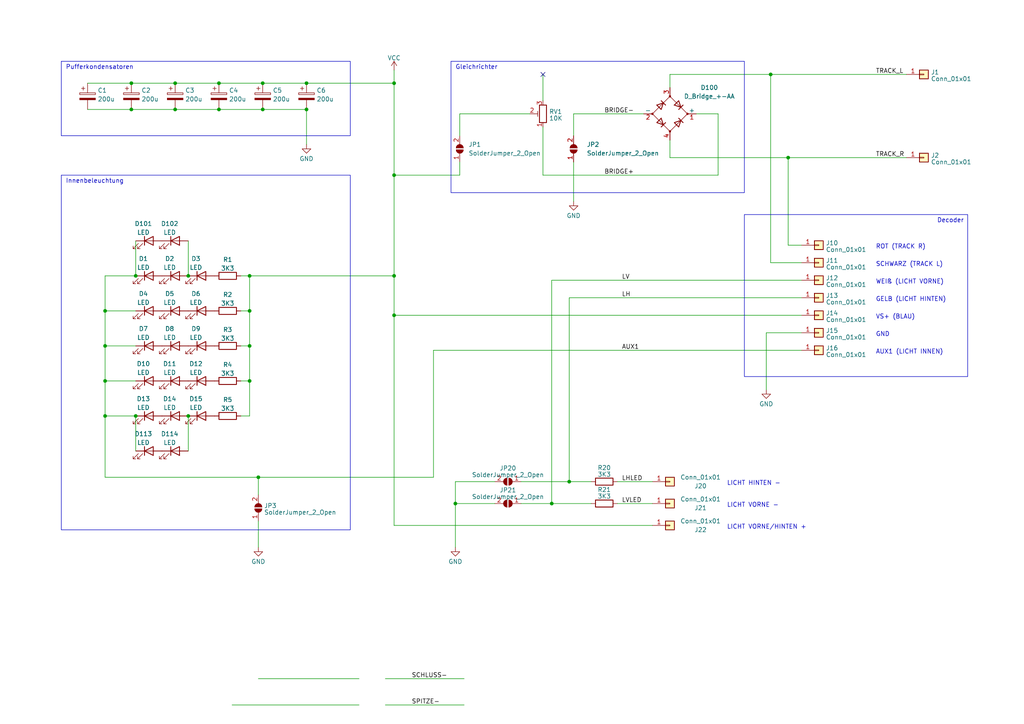
<source format=kicad_sch>
(kicad_sch (version 20230121) (generator eeschema)
  (paper "A4")
  (lib_symbols
    (symbol "Connector_Generic:Conn_01x01" (pin_names (offset 1.016) hide)
      (property "Reference" "J" (at 0 2.54 0))
      (property "Value" "Conn_01x01" (at 0 -2.54 0))
      (symbol "Conn_01x01_1_1"
        (rectangle (start -1.27 0.127) (end 0 -0.127) (stroke (width 0.1524)))
        (rectangle (start -1.27 1.27) (end 1.27 -1.27) (stroke (width 0.254)) (fill (type background)))
        (pin passive line (at -5.08 0 0) (length 3.81) (name "Pin_1") (number "1"))
      )
    )
    (symbol "Device:C_Polarized" (pin_numbers hide) (pin_names (offset 0.254))
      (property "Reference" "C" (at 0.635 2.54 0))
      (property "Value" "C_Polarized" (at 0.635 -2.54 0))
      (symbol "C_Polarized_0_1"
        (rectangle (start -2.286 0.508) (end 2.286 1.016))
        (polyline (pts (xy -1.778 2.286) (xy -0.762 2.286)))
        (polyline (pts (xy -1.27 2.794) (xy -1.27 1.778)))
        (rectangle (start 2.286 -0.508) (end -2.286 -1.016) (fill (type outline)))
      )
      (symbol "C_Polarized_1_1"
        (pin passive line (at 0 3.81 270) (length 2.794) (name "~") (number "1"))
        (pin passive line (at 0 -3.81 90) (length 2.794) (name "~") (number "2"))
      )
    )
    (symbol "Device:D_Bridge_+-AA" (pin_names (offset 0))
      (property "Reference" "D" (at 2.54 6.985 0))
      (property "Value" "D_Bridge_+-AA" (at 2.54 5.08 0))
      (symbol "D_Bridge_+-AA_0_1"
        (circle (center -5.08 0) (radius 0.254) (fill (type outline)))
        (circle (center 0 -5.08) (radius 0.254) (fill (type outline)))
        (polyline (pts (xy -2.54 3.81) (xy -1.27 2.54)) (stroke (width 0.254)))
        (polyline (pts (xy -1.27 -2.54) (xy -2.54 -3.81)) (stroke (width 0.254)))
        (polyline (pts (xy 2.54 -1.27) (xy 3.81 -2.54)) (stroke (width 0.254)))
        (polyline (pts (xy 2.54 1.27) (xy 3.81 2.54)) (stroke (width 0.254)))
        (polyline (pts (xy -3.81 2.54) (xy -2.54 1.27) (xy -1.905 3.175) (xy -3.81 2.54)) (stroke (width 0.254)))
        (polyline (pts (xy -2.54 -1.27) (xy -3.81 -2.54) (xy -1.905 -3.175) (xy -2.54 -1.27)) (stroke (width 0.254)))
        (polyline (pts (xy 1.27 2.54) (xy 2.54 3.81) (xy 3.175 1.905) (xy 1.27 2.54)) (stroke (width 0.254)))
        (polyline (pts (xy 3.175 -1.905) (xy 1.27 -2.54) (xy 2.54 -3.81) (xy 3.175 -1.905)) (stroke (width 0.254)))
        (polyline (pts (xy -5.08 0) (xy 0 -5.08) (xy 5.08 0) (xy 0 5.08) (xy -5.08 0)))
        (circle (center 0 5.08) (radius 0.254) (fill (type outline)))
        (circle (center 5.08 0) (radius 0.254) (fill (type outline)))
      )
      (symbol "D_Bridge_+-AA_1_1"
        (pin passive line (at 7.62 0 180) (length 2.54) (name "+") (number "1"))
        (pin passive line (at -7.62 0 0) (length 2.54) (name "-") (number "2"))
        (pin passive line (at 0 7.62 270) (length 2.54) (name "~") (number "3"))
        (pin passive line (at 0 -7.62 90) (length 2.54) (name "~") (number "4"))
      )
    )
    (symbol "Device:LED" (pin_numbers hide) (pin_names (offset 1.016) hide)
      (property "Reference" "D" (at 0 2.54 0))
      (property "Value" "LED" (at 0 -2.54 0))
      (symbol "LED_0_1"
        (polyline (pts (xy -1.27 -1.27) (xy -1.27 1.27)) (stroke (width 0.254)))
        (polyline (pts (xy -1.27 0) (xy 1.27 0)))
        (polyline (pts (xy 1.27 -1.27) (xy 1.27 1.27) (xy -1.27 0) (xy 1.27 -1.27)) (stroke (width 0.254)))
        (polyline (pts (xy -3.048 -0.762) (xy -4.572 -2.286) (xy -3.81 -2.286) (xy -4.572 -2.286) (xy -4.572 -1.524)))
        (polyline (pts (xy -1.778 -0.762) (xy -3.302 -2.286) (xy -2.54 -2.286) (xy -3.302 -2.286) (xy -3.302 -1.524)))
      )
      (symbol "LED_1_1"
        (pin passive line (at -3.81 0 0) (length 2.54) (name "K") (number "1"))
        (pin passive line (at 3.81 0 180) (length 2.54) (name "A") (number "2"))
      )
    )
    (symbol "Device:R" (pin_numbers hide) (pin_names (offset 0))
      (property "Reference" "R" (at 2.032 0 90))
      (property "Value" "R" (at 0 0 90))
      (symbol "R_0_1"
        (rectangle (start -1.016 -2.54) (end 1.016 2.54) (stroke (width 0.254)))
      )
      (symbol "R_1_1"
        (pin passive line (at 0 3.81 270) (length 1.27) (name "~") (number "1"))
        (pin passive line (at 0 -3.81 90) (length 1.27) (name "~") (number "2"))
      )
    )
    (symbol "Device:R_Potentiometer_Trim" (pin_names (offset 1.016) hide)
      (property "Reference" "RV" (at -4.445 0 90))
      (property "Value" "R_Potentiometer_Trim" (at -2.54 0 90))
      (symbol "R_Potentiometer_Trim_0_1"
        (polyline (pts (xy 1.524 0.762) (xy 1.524 -0.762)))
        (polyline (pts (xy 2.54 0) (xy 1.524 0)))
        (rectangle (start 1.016 2.54) (end -1.016 -2.54) (stroke (width 0.254)))
      )
      (symbol "R_Potentiometer_Trim_1_1"
        (pin passive line (at 0 3.81 270) (length 1.27) (name "1") (number "1"))
        (pin passive line (at 3.81 0 180) (length 1.27) (name "2") (number "2"))
        (pin passive line (at 0 -3.81 90) (length 1.27) (name "3") (number "3"))
      )
    )
    (symbol "Jumper:SolderJumper_2_Open" (pin_names (offset 0) hide)
      (property "Reference" "JP" (at 0 2.032 0))
      (property "Value" "SolderJumper_2_Open" (at 0 -2.54 0))
      (symbol "SolderJumper_2_Open_0_1"
        (arc (start -0.254 1.016) (mid -1.2656 0) (end -0.254 -1.016))
        (arc (start -0.254 1.016) (mid -1.2656 0) (end -0.254 -1.016) (fill (type outline)))
        (polyline (pts (xy -0.254 1.016) (xy -0.254 -1.016)))
        (polyline (pts (xy 0.254 1.016) (xy 0.254 -1.016)))
        (arc (start 0.254 -1.016) (mid 1.2656 0) (end 0.254 1.016))
        (arc (start 0.254 -1.016) (mid 1.2656 0) (end 0.254 1.016) (fill (type outline)))
      )
      (symbol "SolderJumper_2_Open_1_1"
        (pin passive line (at -3.81 0 0) (length 2.54) (name "A") (number "1"))
        (pin passive line (at 3.81 0 180) (length 2.54) (name "B") (number "2"))
      )
    )
    (symbol "power:GND" (power) (pin_names (offset 0))
      (property "Value" "GND" (at 0 -3.81 0))
      (symbol "GND_0_1"
        (polyline (pts (xy 0 0) (xy 0 -1.27) (xy 1.27 -1.27) (xy 0 -2.54) (xy -1.27 -1.27) (xy 0 -1.27)))
      )
      (symbol "GND_1_1"
        (pin power_in line (at 0 0 270) (length 0) hide (name "GND") (number "1"))
      )
    )
    (symbol "power:VCC" (power) (pin_names (offset 0))
      (property "Value" "VCC" (at 0 3.81 0))
      (symbol "VCC_0_1"
        (polyline (pts (xy -0.762 1.27) (xy 0 2.54)))
        (polyline (pts (xy 0 0) (xy 0 2.54)))
        (polyline (pts (xy 0 2.54) (xy 0.762 1.27)))
      )
      (symbol "VCC_1_1"
        (pin power_in line (at 0 0 90) (length 0) hide (name "VCC") (number "1"))
      )
    )
  )
  (junction (at 63.5 24.13))
  (junction (at 38.1 24.13))
  (junction (at 114.3 24.13))
  (junction (at 74.93 138.43))
  (junction (at 30.48 100.33))
  (junction (at 160.02 146.05))
  (junction (at 114.3 80.01))
  (junction (at 30.48 110.49))
  (junction (at 228.6 45.72))
  (junction (at 223.52 21.59))
  (junction (at 165.1 139.7))
  (junction (at 132.08 146.05))
  (junction (at 72.39 100.33))
  (junction (at 54.61 80.01))
  (junction (at 54.61 120.65))
  (junction (at 114.3 50.8))
  (junction (at 72.39 80.01))
  (junction (at 50.8 24.13))
  (junction (at 76.2 31.75))
  (junction (at 39.37 80.01))
  (junction (at 72.39 90.17))
  (junction (at 30.48 120.65))
  (junction (at 72.39 110.49))
  (junction (at 38.1 31.75))
  (junction (at 50.8 31.75))
  (junction (at 88.9 24.13))
  (junction (at 76.2 24.13))
  (junction (at 30.48 90.17))
  (junction (at 63.5 31.75))
  (junction (at 39.37 120.65))
  (junction (at 88.9 31.75))
  (junction (at 114.3 91.44))
  (no_connect (at 157.48 21.59))
  (wire (pts (xy 30.48 100.33) (xy 30.48 110.49)))
  (wire (pts (xy 157.48 21.59) (xy 157.48 29.21)))
  (wire (pts (xy 111.76 196.85) (xy 134.62 196.85)))
  (wire (pts (xy 194.31 45.72) (xy 228.6 45.72)))
  (wire (pts (xy 179.07 146.05) (xy 189.23 146.05)))
  (wire (pts (xy 38.1 31.75) (xy 50.8 31.75)))
  (wire (pts (xy 133.35 46.99) (xy 133.35 50.8)))
  (wire (pts (xy 166.37 46.99) (xy 166.37 58.42)))
  (wire (pts (xy 157.48 36.83) (xy 157.48 50.8)))
  (wire (pts (xy 72.39 110.49) (xy 72.39 120.65)))
  (wire (pts (xy 39.37 90.17) (xy 30.48 90.17)))
  (wire (pts (xy 72.39 80.01) (xy 69.85 80.01)))
  (wire (pts (xy 67.31 204.47) (xy 104.14 204.47)))
  (wire (pts (xy 30.48 90.17) (xy 30.48 80.01)))
  (wire (pts (xy 72.39 100.33) (xy 72.39 110.49)))
  (wire (pts (xy 72.39 80.01) (xy 114.3 80.01)))
  (wire (pts (xy 232.41 76.2) (xy 223.52 76.2)))
  (wire (pts (xy 132.08 146.05) (xy 132.08 158.75)))
  (wire (pts (xy 114.3 20.32) (xy 114.3 24.13)))
  (wire (pts (xy 25.4 24.13) (xy 38.1 24.13)))
  (wire (pts (xy 160.02 81.28) (xy 160.02 146.05)))
  (wire (pts (xy 143.51 139.7) (xy 132.08 139.7)))
  (wire (pts (xy 76.2 24.13) (xy 88.9 24.13)))
  (wire (pts (xy 232.41 81.28) (xy 160.02 81.28)))
  (wire (pts (xy 194.31 40.64) (xy 194.31 45.72)))
  (wire (pts (xy 50.8 31.75) (xy 63.5 31.75)))
  (wire (pts (xy 132.08 146.05) (xy 143.51 146.05)))
  (wire (pts (xy 194.31 21.59) (xy 223.52 21.59)))
  (wire (pts (xy 54.61 69.85) (xy 54.61 80.01)))
  (wire (pts (xy 72.39 90.17) (xy 72.39 100.33)))
  (wire (pts (xy 114.3 152.4) (xy 189.23 152.4)))
  (wire (pts (xy 232.41 96.52) (xy 222.25 96.52)))
  (wire (pts (xy 201.93 33.02) (xy 208.28 33.02)))
  (wire (pts (xy 228.6 45.72) (xy 262.89 45.72)))
  (wire (pts (xy 114.3 91.44) (xy 114.3 152.4)))
  (wire (pts (xy 125.73 101.6) (xy 125.73 138.43)))
  (wire (pts (xy 30.48 138.43) (xy 74.93 138.43)))
  (wire (pts (xy 88.9 41.91) (xy 88.9 31.75)))
  (wire (pts (xy 232.41 91.44) (xy 114.3 91.44)))
  (wire (pts (xy 72.39 80.01) (xy 72.39 90.17)))
  (wire (pts (xy 114.3 24.13) (xy 114.3 50.8)))
  (wire (pts (xy 125.73 138.43) (xy 74.93 138.43)))
  (wire (pts (xy 222.25 96.52) (xy 222.25 113.03)))
  (wire (pts (xy 111.76 204.47) (xy 134.62 204.47)))
  (wire (pts (xy 114.3 50.8) (xy 114.3 80.01)))
  (wire (pts (xy 76.2 31.75) (xy 88.9 31.75)))
  (wire (pts (xy 25.4 31.75) (xy 38.1 31.75)))
  (wire (pts (xy 50.8 24.13) (xy 63.5 24.13)))
  (wire (pts (xy 166.37 33.02) (xy 186.69 33.02)))
  (wire (pts (xy 223.52 21.59) (xy 262.89 21.59)))
  (wire (pts (xy 133.35 50.8) (xy 114.3 50.8)))
  (wire (pts (xy 30.48 120.65) (xy 30.48 138.43)))
  (wire (pts (xy 72.39 90.17) (xy 69.85 90.17)))
  (wire (pts (xy 165.1 139.7) (xy 165.1 86.36)))
  (wire (pts (xy 39.37 120.65) (xy 30.48 120.65)))
  (wire (pts (xy 74.93 138.43) (xy 74.93 143.51)))
  (wire (pts (xy 63.5 24.13) (xy 76.2 24.13)))
  (wire (pts (xy 132.08 139.7) (xy 132.08 146.05)))
  (wire (pts (xy 151.13 139.7) (xy 165.1 139.7)))
  (wire (pts (xy 39.37 69.85) (xy 39.37 80.01)))
  (wire (pts (xy 72.39 120.65) (xy 69.85 120.65)))
  (wire (pts (xy 39.37 120.65) (xy 39.37 130.81)))
  (wire (pts (xy 39.37 100.33) (xy 30.48 100.33)))
  (wire (pts (xy 165.1 86.36) (xy 232.41 86.36)))
  (wire (pts (xy 72.39 100.33) (xy 69.85 100.33)))
  (wire (pts (xy 39.37 80.01) (xy 30.48 80.01)))
  (wire (pts (xy 30.48 110.49) (xy 30.48 120.65)))
  (wire (pts (xy 72.39 110.49) (xy 69.85 110.49)))
  (wire (pts (xy 63.5 31.75) (xy 76.2 31.75)))
  (wire (pts (xy 151.13 146.05) (xy 160.02 146.05)))
  (wire (pts (xy 232.41 71.12) (xy 228.6 71.12)))
  (wire (pts (xy 74.93 196.85) (xy 104.14 196.85)))
  (wire (pts (xy 38.1 24.13) (xy 50.8 24.13)))
  (wire (pts (xy 208.28 50.8) (xy 157.48 50.8)))
  (wire (pts (xy 223.52 21.59) (xy 223.52 76.2)))
  (wire (pts (xy 228.6 71.12) (xy 228.6 45.72)))
  (wire (pts (xy 39.37 110.49) (xy 30.48 110.49)))
  (wire (pts (xy 133.35 33.02) (xy 153.67 33.02)))
  (wire (pts (xy 114.3 91.44) (xy 114.3 80.01)))
  (wire (pts (xy 88.9 24.13) (xy 114.3 24.13)))
  (wire (pts (xy 30.48 90.17) (xy 30.48 100.33)))
  (wire (pts (xy 166.37 33.02) (xy 166.37 39.37)))
  (wire (pts (xy 160.02 146.05) (xy 171.45 146.05)))
  (wire (pts (xy 133.35 33.02) (xy 133.35 39.37)))
  (wire (pts (xy 194.31 25.4) (xy 194.31 21.59)))
  (wire (pts (xy 74.93 151.13) (xy 74.93 158.75)))
  (wire (pts (xy 54.61 120.65) (xy 54.61 130.81)))
  (wire (pts (xy 179.07 139.7) (xy 189.23 139.7)))
  (wire (pts (xy 208.28 33.02) (xy 208.28 50.8)))
  (wire (pts (xy 171.45 139.7) (xy 165.1 139.7)))
  (wire (pts (xy 125.73 101.6) (xy 232.41 101.6)))
  (rectangle (start 17.78 50.8) (end 101.6 153.67))
  (rectangle (start 130.81 17.78) (end 215.9 55.88))
  (rectangle (start 17.78 17.78) (end 101.6 39.37))
  (rectangle (start 215.9 62.23) (end 280.67 109.22))
  (text "LICHT HINTEN -" (at 210.82 140.97 0) (effects (font (size 1.27 1.27)) (justify left bottom)))
  (text "Decoder" (at 271.78 64.77 0) (effects (font (size 1.27 1.27)) (justify left bottom)))
  (text "LICHT VORNE/HINTEN +" (at 210.82 153.67 0) (effects (font (size 1.27 1.27)) (justify left bottom)))
  (text "SCHWARZ (TRACK L)" (at 254 77.47 0) (effects (font (size 1.27 1.27)) (justify left bottom)))
  (text "WEIß (LICHT VORNE)" (at 254 82.55 0) (effects (font (size 1.27 1.27)) (justify left bottom)))
  (text "Innenbeleuchtung" (at 19.05 53.34 0) (effects (font (size 1.27 1.27)) (justify left bottom)))
  (text "ROT (TRACK R)" (at 254 72.39 0) (effects (font (size 1.27 1.27)) (justify left bottom)))
  (text "LICHT VORNE -" (at 210.82 147.32 0) (effects (font (size 1.27 1.27)) (justify left bottom)))
  (text "AUX1 (LICHT INNEN)" (at 254 102.87 0) (effects (font (size 1.27 1.27)) (justify left bottom)))
  (text "GELB (LICHT HINTEN)" (at 254 87.63 0) (effects (font (size 1.27 1.27)) (justify left bottom)))
  (text "Gleichrichter" (at 132.08 20.32 0) (effects (font (size 1.27 1.27)) (justify left bottom)))
  (text "Pufferkondensatoren" (at 19.05 20.32 0) (effects (font (size 1.27 1.27)) (justify left bottom)))
  (text "VS+ (BLAU)" (at 254 92.71 0) (effects (font (size 1.27 1.27)) (justify left bottom)))
  (text "GND" (at 254 97.79 0) (effects (font (size 1.27 1.27)) (justify left bottom)))
  (label "BRIDGE-" (at 175.26 33.02 0))
  (label "LVLED" (at 180.34 146.05 0))
  (label "LHLED" (at 180.34 139.7 0))
  (label "SCHLUSS-" (at 119.38 196.85 0))
  (label "TRACK_R" (at 254 45.72 0))
  (label "TRACK_L" (at 254 21.59 0))
  (label "AUX1" (at 180.34 101.6 0))
  (label "SPITZE-" (at 119.38 204.47 0))
  (label "LH" (at 180.34 86.36 0))
  (label "LV" (at 180.34 81.28 0))
  (label "BRIDGE+" (at 175.26 50.8 0))
  (symbol (lib_id "Jumper:SolderJumper_2_Open") (at 147.32 139.7 180) (unit 1)
    (property "Reference" "JP20" (at 147.32 135.8011 0))
    (property "Value" "SolderJumper_2_Open" (at 147.32 137.7221 0))
    (property "Footprint" "Jumper:SolderJumper-2_P1.3mm_Open_RoundedPad1.0x1.5mm" (effects hide))
  )
  (symbol (lib_id "Connector_Generic:Conn_01x01") (at 237.49 91.44 0) (unit 1)
    (property "Reference" "J14" (at 239.522 90.7963 0) (effects (justify left)))
    (property "Value" "Conn_01x01" (at 239.522 92.7173 0) (effects (justify left)))
    (property "Footprint" "TestPoint:TestPoint_Pad_1.5x1.5mm" (effects hide))
  )
  (symbol (lib_id "Connector_Generic:Conn_01x01") (at 194.31 139.7 0) (unit 1)
    (property "Reference" "J20" (at 203.2 140.9669 0))
    (property "Value" "Conn_01x01" (at 203.2 138.43 0))
    (property "Footprint" "Connector_Wire:SolderWirePad_1x01_SMD_1x2mm" (effects hide))
  )
  (symbol (lib_id "Connector_Generic:Conn_01x01") (at 237.49 86.36 0) (unit 1)
    (property "Reference" "J13" (at 239.522 85.7163 0) (effects (justify left)))
    (property "Value" "Conn_01x01" (at 239.522 87.6373 0) (effects (justify left)))
    (property "Footprint" "TestPoint:TestPoint_Pad_1.5x1.5mm" (effects hide))
  )
  (symbol (lib_id "Jumper:SolderJumper_2_Open") (at 147.32 146.05 180) (unit 1)
    (property "Reference" "JP21" (at 147.32 142.1511 0))
    (property "Value" "SolderJumper_2_Open" (at 147.32 144.0721 0))
    (property "Footprint" "Jumper:SolderJumper-2_P1.3mm_Open_RoundedPad1.0x1.5mm" (effects hide))
  )
  (symbol (lib_id "Connector_Generic:Conn_01x01") (at 194.31 152.4 0) (unit 1)
    (property "Reference" "J22" (at 203.2 153.6669 0))
    (property "Value" "Conn_01x01" (at 203.2 151.13 0))
    (property "Footprint" "Connector_Wire:SolderWirePad_1x01_SMD_1x2mm" (effects hide))
  )
  (symbol (lib_id "Device:LED") (at 43.18 100.33 0) (unit 1)
    (property "Reference" "D7" (at 41.5925 95.3602 0))
    (property "Value" "LED" (at 41.5925 97.8971 0))
    (property "Footprint" "LED_SMD:LED_PLCC_2835_Handsoldering" (effects hide))
  )
  (symbol (lib_id "Device:LED") (at 50.8 69.85 0) (unit 1)
    (property "Reference" "D102" (at 49.2125 64.8802 0))
    (property "Value" "LED" (at 49.2125 67.4171 0))
    (property "Footprint" "LED_SMD:LED_PLCC_2835_Handsoldering" (effects hide))
  )
  (symbol (lib_id "Device:LED") (at 50.8 100.33 0) (unit 1)
    (property "Reference" "D8" (at 49.2125 95.3602 0))
    (property "Value" "LED" (at 49.2125 97.8971 0))
    (property "Footprint" "LED_SMD:LED_PLCC_2835_Handsoldering" (effects hide))
  )
  (symbol (lib_id "Device:LED") (at 43.18 80.01 0) (unit 1)
    (property "Reference" "D1" (at 41.5925 75.0402 0))
    (property "Value" "LED" (at 41.5925 77.5771 0))
    (property "Footprint" "LED_SMD:LED_PLCC_2835_Handsoldering" (effects hide))
  )
  (symbol (lib_id "Device:LED") (at 43.18 69.85 0) (unit 1)
    (property "Reference" "D101" (at 41.5925 64.8802 0))
    (property "Value" "LED" (at 41.5925 67.4171 0))
    (property "Footprint" "LED_SMD:LED_PLCC_2835_Handsoldering" (effects hide))
  )
  (symbol (lib_id "power:GND") (at 222.25 113.03 0) (unit 1)
    (property "Reference" "#PWR01" (effects hide))
    (property "Value" "GND" (at 222.25 117.1655 0))
  )
  (symbol (lib_id "Device:R") (at 66.04 100.33 90) (unit 1)
    (property "Reference" "R3" (at 66.04 95.6142 90))
    (property "Value" "3K3" (at 66.04 98.1511 90))
    (property "Footprint" "Resistor_SMD:R_1206_3216Metric_Pad1.30x1.75mm_HandSolder" (effects hide))
  )
  (symbol (lib_id "Device:C_Polarized") (at 38.1 27.94 0) (unit 1)
    (property "Reference" "C2" (at 41.021 26.2163 0) (effects (justify left)))
    (property "Value" "200u" (at 41.021 28.7532 0) (effects (justify left)))
    (property "Footprint" "Capacitor_Tantalum_SMD:CP_EIA-7343-31_Kemet-D_Pad2.25x2.55mm_HandSolder" (effects hide))
  )
  (symbol (lib_id "Device:R") (at 66.04 90.17 90) (unit 1)
    (property "Reference" "R2" (at 66.04 85.4542 90))
    (property "Value" "3K3" (at 66.04 87.9911 90))
    (property "Footprint" "Resistor_SMD:R_1206_3216Metric_Pad1.30x1.75mm_HandSolder" (effects hide))
  )
  (symbol (lib_id "Device:R") (at 66.04 120.65 90) (unit 1)
    (property "Reference" "R5" (at 66.04 115.9342 90))
    (property "Value" "3K3" (at 66.04 118.4711 90))
    (property "Footprint" "Resistor_SMD:R_1206_3216Metric_Pad1.30x1.75mm_HandSolder" (effects hide))
  )
  (symbol (lib_id "Device:LED") (at 43.18 120.65 0) (unit 1)
    (property "Reference" "D13" (at 41.5925 115.6802 0))
    (property "Value" "LED" (at 41.5925 118.2171 0))
    (property "Footprint" "LED_SMD:LED_PLCC_2835_Handsoldering" (effects hide))
  )
  (symbol (lib_id "Connector_Generic:Conn_01x01") (at 237.49 76.2 0) (unit 1)
    (property "Reference" "J11" (at 239.522 75.5563 0) (effects (justify left)))
    (property "Value" "Conn_01x01" (at 239.522 77.4773 0) (effects (justify left)))
    (property "Footprint" "TestPoint:TestPoint_Pad_1.5x1.5mm" (effects hide))
  )
  (symbol (lib_id "Device:R") (at 175.26 139.7 270) (unit 1)
    (property "Reference" "R20" (at 175.26 135.6741 90))
    (property "Value" "3K3" (at 175.26 137.5951 90))
    (property "Footprint" "Resistor_SMD:R_1206_3216Metric_Pad1.30x1.75mm_HandSolder" (effects hide))
  )
  (symbol (lib_id "Device:R") (at 175.26 146.05 270) (unit 1)
    (property "Reference" "R21" (at 175.26 142.0241 90))
    (property "Value" "3K3" (at 175.26 143.9451 90))
    (property "Footprint" "Resistor_SMD:R_1206_3216Metric_Pad1.30x1.75mm_HandSolder" (effects hide))
  )
  (symbol (lib_id "power:GND") (at 166.37 58.42 0) (unit 1)
    (property "Reference" "#PWR05" (effects hide))
    (property "Value" "GND" (at 166.37 62.5555 0))
  )
  (symbol (lib_id "Connector_Generic:Conn_01x01") (at 237.49 101.6 0) (unit 1)
    (property "Reference" "J16" (at 239.522 100.9563 0) (effects (justify left)))
    (property "Value" "Conn_01x01" (at 239.522 102.8773 0) (effects (justify left)))
    (property "Footprint" "TestPoint:TestPoint_Pad_1.5x1.5mm" (effects hide))
  )
  (symbol (lib_id "power:GND") (at 74.93 158.75 0) (unit 1)
    (property "Reference" "#PWR02" (effects hide))
    (property "Value" "GND" (at 74.93 162.8855 0))
  )
  (symbol (lib_id "Device:LED") (at 58.42 110.49 0) (unit 1)
    (property "Reference" "D12" (at 56.8325 105.5202 0))
    (property "Value" "LED" (at 56.8325 108.0571 0))
    (property "Footprint" "LED_SMD:LED_PLCC_2835_Handsoldering" (effects hide))
  )
  (symbol (lib_id "Device:LED") (at 50.8 120.65 0) (unit 1)
    (property "Reference" "D14" (at 49.2125 115.6802 0))
    (property "Value" "LED" (at 49.2125 118.2171 0))
    (property "Footprint" "LED_SMD:LED_PLCC_2835_Handsoldering" (effects hide))
  )
  (symbol (lib_id "power:GND") (at 132.08 158.75 0) (unit 1)
    (property "Reference" "#PWR06" (effects hide))
    (property "Value" "GND" (at 132.08 162.8855 0))
  )
  (symbol (lib_id "Connector_Generic:Conn_01x01") (at 237.49 71.12 0) (unit 1)
    (property "Reference" "J10" (at 239.522 70.4763 0) (effects (justify left)))
    (property "Value" "Conn_01x01" (at 239.522 72.3973 0) (effects (justify left)))
    (property "Footprint" "TestPoint:TestPoint_Pad_1.5x1.5mm" (effects hide))
  )
  (symbol (lib_id "Device:R") (at 66.04 110.49 90) (unit 1)
    (property "Reference" "R4" (at 66.04 105.7742 90))
    (property "Value" "3K3" (at 66.04 108.3111 90))
    (property "Footprint" "Resistor_SMD:R_1206_3216Metric_Pad1.30x1.75mm_HandSolder" (effects hide))
  )
  (symbol (lib_id "Device:LED") (at 43.18 110.49 0) (unit 1)
    (property "Reference" "D10" (at 41.5925 105.5202 0))
    (property "Value" "LED" (at 41.5925 108.0571 0))
    (property "Footprint" "LED_SMD:LED_PLCC_2835_Handsoldering" (effects hide))
  )
  (symbol (lib_id "Device:D_Bridge_+-AA") (at 194.31 33.02 0) (unit 1)
    (property "Reference" "D100" (at 205.74 25.4 0))
    (property "Value" "D_Bridge_+-AA" (at 205.74 27.94 0))
    (property "Footprint" "Package_TO_SOT_SMD:TO-269AA" (effects hide))
  )
  (symbol (lib_id "Device:LED") (at 50.8 130.81 0) (unit 1)
    (property "Reference" "D114" (at 49.2125 125.8402 0))
    (property "Value" "LED" (at 49.2125 128.3771 0))
    (property "Footprint" "LED_SMD:LED_PLCC_2835_Handsoldering" (effects hide))
  )
  (symbol (lib_id "Jumper:SolderJumper_2_Open") (at 133.35 43.18 90) (unit 1)
    (property "Reference" "JP1" (at 135.89 41.91 90) (effects (justify right)))
    (property "Value" "SolderJumper_2_Open" (at 135.89 44.45 90) (effects (justify right)))
    (property "Footprint" "Jumper:SolderJumper-2_P1.3mm_Open_RoundedPad1.0x1.5mm" (effects hide))
  )
  (symbol (lib_id "Device:LED") (at 50.8 110.49 0) (unit 1)
    (property "Reference" "D11" (at 49.2125 105.5202 0))
    (property "Value" "LED" (at 49.2125 108.0571 0))
    (property "Footprint" "LED_SMD:LED_PLCC_2835_Handsoldering" (effects hide))
  )
  (symbol (lib_id "Device:R_Potentiometer_Trim") (at 157.48 33.02 180) (unit 1)
    (property "Reference" "RV1" (at 159.258 32.3763 0) (effects (justify right)))
    (property "Value" "10K" (at 159.258 34.2973 0) (effects (justify right)))
    (property "Footprint" "Potentiometer_SMD:Potentiometer_Bourns_TC33X_Vertical" (effects hide))
  )
  (symbol (lib_id "Connector_Generic:Conn_01x01") (at 237.49 96.52 0) (unit 1)
    (property "Reference" "J15" (at 239.522 95.8763 0) (effects (justify left)))
    (property "Value" "Conn_01x01" (at 239.522 97.7973 0) (effects (justify left)))
    (property "Footprint" "TestPoint:TestPoint_Pad_1.5x1.5mm" (effects hide))
  )
  (symbol (lib_id "power:GND") (at 88.9 41.91 0) (unit 1)
    (property "Reference" "#PWR03" (effects hide))
    (property "Value" "GND" (at 88.9 46.0455 0))
  )
  (symbol (lib_id "Connector_Generic:Conn_01x01") (at 237.49 81.28 0) (unit 1)
    (property "Reference" "J12" (at 239.522 80.6363 0) (effects (justify left)))
    (property "Value" "Conn_01x01" (at 239.522 82.5573 0) (effects (justify left)))
    (property "Footprint" "TestPoint:TestPoint_Pad_1.5x1.5mm" (effects hide))
  )
  (symbol (lib_id "Device:C_Polarized") (at 88.9 27.94 0) (unit 1)
    (property "Reference" "C6" (at 91.821 26.2163 0) (effects (justify left)))
    (property "Value" "200u" (at 91.821 28.7532 0) (effects (justify left)))
    (property "Footprint" "Capacitor_Tantalum_SMD:CP_EIA-7343-31_Kemet-D_Pad2.25x2.55mm_HandSolder" (effects hide))
  )
  (symbol (lib_id "Device:LED") (at 43.18 90.17 0) (unit 1)
    (property "Reference" "D4" (at 41.5925 85.2002 0))
    (property "Value" "LED" (at 41.5925 87.7371 0))
    (property "Footprint" "LED_SMD:LED_PLCC_2835_Handsoldering" (effects hide))
  )
  (symbol (lib_id "power:VCC") (at 114.3 20.32 0) (unit 1)
    (property "Reference" "#PWR04" (effects hide))
    (property "Value" "VCC" (at 114.3 16.8181 0))
  )
  (symbol (lib_id "Device:LED") (at 58.42 120.65 0) (unit 1)
    (property "Reference" "D15" (at 56.8325 115.6802 0))
    (property "Value" "LED" (at 56.8325 118.2171 0))
    (property "Footprint" "LED_SMD:LED_PLCC_2835_Handsoldering" (effects hide))
  )
  (symbol (lib_id "Connector_Generic:Conn_01x01") (at 267.97 45.72 0) (unit 1)
    (property "Reference" "J2" (at 270.002 45.0763 0) (effects (justify left)))
    (property "Value" "Conn_01x01" (at 270.002 46.9973 0) (effects (justify left)))
    (property "Footprint" "Local:Minitrix_Pad" (effects hide))
  )
  (symbol (lib_id "Connector_Generic:Conn_01x01") (at 194.31 146.05 0) (unit 1)
    (property "Reference" "J21" (at 203.2 147.3169 0))
    (property "Value" "Conn_01x01" (at 203.2 144.78 0))
    (property "Footprint" "Connector_Wire:SolderWirePad_1x01_SMD_1x2mm" (effects hide))
  )
  (symbol (lib_id "Jumper:SolderJumper_2_Open") (at 166.37 43.18 90) (unit 1)
    (property "Reference" "JP2" (at 170.18 41.91 90) (effects (justify right)))
    (property "Value" "SolderJumper_2_Open" (at 170.18 44.45 90) (effects (justify right)))
    (property "Footprint" "Jumper:SolderJumper-2_P1.3mm_Open_RoundedPad1.0x1.5mm" (effects hide))
  )
  (symbol (lib_id "Device:LED") (at 58.42 100.33 0) (unit 1)
    (property "Reference" "D9" (at 56.8325 95.3602 0))
    (property "Value" "LED" (at 56.8325 97.8971 0))
    (property "Footprint" "LED_SMD:LED_PLCC_2835_Handsoldering" (effects hide))
  )
  (symbol (lib_id "Device:C_Polarized") (at 76.2 27.94 0) (unit 1)
    (property "Reference" "C5" (at 79.121 26.2163 0) (effects (justify left)))
    (property "Value" "200u" (at 79.121 28.7532 0) (effects (justify left)))
    (property "Footprint" "Capacitor_Tantalum_SMD:CP_EIA-7343-31_Kemet-D_Pad2.25x2.55mm_HandSolder" (effects hide))
  )
  (symbol (lib_id "Device:LED") (at 58.42 90.17 0) (unit 1)
    (property "Reference" "D6" (at 56.8325 85.2002 0))
    (property "Value" "LED" (at 56.8325 87.7371 0))
    (property "Footprint" "LED_SMD:LED_PLCC_2835_Handsoldering" (effects hide))
  )
  (symbol (lib_id "Device:LED") (at 43.18 130.81 0) (unit 1)
    (property "Reference" "D113" (at 41.5925 125.8402 0))
    (property "Value" "LED" (at 41.5925 128.3771 0))
    (property "Footprint" "LED_SMD:LED_PLCC_2835_Handsoldering" (effects hide))
  )
  (symbol (lib_id "Connector_Generic:Conn_01x01") (at 267.97 21.59 0) (unit 1)
    (property "Reference" "J1" (at 270.002 20.9463 0) (effects (justify left)))
    (property "Value" "Conn_01x01" (at 270.002 22.8673 0) (effects (justify left)))
    (property "Footprint" "Local:Minitrix_Pad" (effects hide))
  )
  (symbol (lib_id "Device:R") (at 66.04 80.01 90) (unit 1)
    (property "Reference" "R1" (at 66.04 75.2942 90))
    (property "Value" "3K3" (at 66.04 77.8311 90))
    (property "Footprint" "Resistor_SMD:R_1206_3216Metric_Pad1.30x1.75mm_HandSolder" (effects hide))
  )
  (symbol (lib_id "Device:C_Polarized") (at 63.5 27.94 0) (unit 1)
    (property "Reference" "C4" (at 66.421 26.2163 0) (effects (justify left)))
    (property "Value" "200u" (at 66.421 28.7532 0) (effects (justify left)))
    (property "Footprint" "Capacitor_Tantalum_SMD:CP_EIA-7343-31_Kemet-D_Pad2.25x2.55mm_HandSolder" (effects hide))
  )
  (symbol (lib_id "Device:LED") (at 58.42 80.01 0) (unit 1)
    (property "Reference" "D3" (at 56.8325 75.0402 0))
    (property "Value" "LED" (at 56.8325 77.5771 0))
    (property "Footprint" "LED_SMD:LED_PLCC_2835_Handsoldering" (effects hide))
  )
  (symbol (lib_id "Device:LED") (at 50.8 80.01 0) (unit 1)
    (property "Reference" "D2" (at 49.2125 75.0402 0))
    (property "Value" "LED" (at 49.2125 77.5771 0))
    (property "Footprint" "LED_SMD:LED_PLCC_2835_Handsoldering" (effects hide))
  )
  (symbol (lib_id "Device:LED") (at 50.8 90.17 0) (unit 1)
    (property "Reference" "D5" (at 49.2125 85.2002 0))
    (property "Value" "LED" (at 49.2125 87.7371 0))
    (property "Footprint" "LED_SMD:LED_PLCC_2835_Handsoldering" (effects hide))
  )
  (symbol (lib_id "Device:C_Polarized") (at 50.8 27.94 0) (unit 1)
    (property "Reference" "C3" (at 53.721 26.2163 0) (effects (justify left)))
    (property "Value" "200u" (at 53.721 28.7532 0) (effects (justify left)))
    (property "Footprint" "Capacitor_Tantalum_SMD:CP_EIA-7343-31_Kemet-D_Pad2.25x2.55mm_HandSolder" (effects hide))
  )
  (symbol (lib_id "Jumper:SolderJumper_2_Open") (at 74.93 147.32 90) (unit 1)
    (property "Reference" "JP3" (at 76.581 146.6763 90) (effects (justify right)))
    (property "Value" "SolderJumper_2_Open" (at 76.581 148.5973 90) (effects (justify right)))
    (property "Footprint" "Jumper:SolderJumper-2_P1.3mm_Open_RoundedPad1.0x1.5mm" (effects hide))
  )
  (symbol (lib_id "Device:C_Polarized") (at 25.4 27.94 0) (unit 1)
    (property "Reference" "C1" (at 28.321 26.2163 0) (effects (justify left)))
    (property "Value" "200u" (at 28.321 28.7532 0) (effects (justify left)))
    (property "Footprint" "Capacitor_Tantalum_SMD:CP_EIA-7343-31_Kemet-D_Pad2.25x2.55mm_HandSolder" (effects hide))
  )
)
</source>
